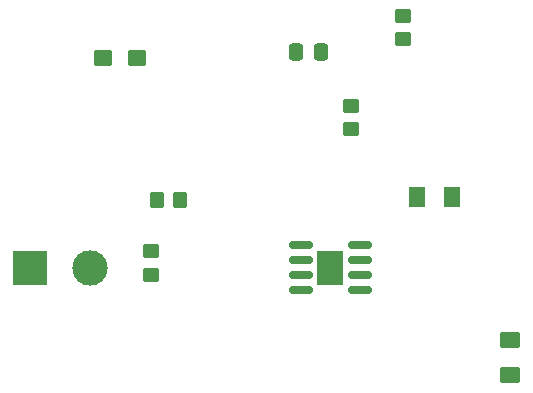
<source format=gbr>
%TF.GenerationSoftware,KiCad,Pcbnew,(6.0.10-0)*%
%TF.CreationDate,2023-02-17T12:04:28-08:00*%
%TF.ProjectId,lab6,6c616236-2e6b-4696-9361-645f70636258,rev?*%
%TF.SameCoordinates,Original*%
%TF.FileFunction,Soldermask,Top*%
%TF.FilePolarity,Negative*%
%FSLAX46Y46*%
G04 Gerber Fmt 4.6, Leading zero omitted, Abs format (unit mm)*
G04 Created by KiCad (PCBNEW (6.0.10-0)) date 2023-02-17 12:04:28*
%MOMM*%
%LPD*%
G01*
G04 APERTURE LIST*
G04 Aperture macros list*
%AMRoundRect*
0 Rectangle with rounded corners*
0 $1 Rounding radius*
0 $2 $3 $4 $5 $6 $7 $8 $9 X,Y pos of 4 corners*
0 Add a 4 corners polygon primitive as box body*
4,1,4,$2,$3,$4,$5,$6,$7,$8,$9,$2,$3,0*
0 Add four circle primitives for the rounded corners*
1,1,$1+$1,$2,$3*
1,1,$1+$1,$4,$5*
1,1,$1+$1,$6,$7*
1,1,$1+$1,$8,$9*
0 Add four rect primitives between the rounded corners*
20,1,$1+$1,$2,$3,$4,$5,0*
20,1,$1+$1,$4,$5,$6,$7,0*
20,1,$1+$1,$6,$7,$8,$9,0*
20,1,$1+$1,$8,$9,$2,$3,0*%
G04 Aperture macros list end*
%ADD10RoundRect,0.150000X0.825000X0.150000X-0.825000X0.150000X-0.825000X-0.150000X0.825000X-0.150000X0*%
%ADD11R,2.290000X3.000000*%
%ADD12RoundRect,0.250000X-0.350000X-0.450000X0.350000X-0.450000X0.350000X0.450000X-0.350000X0.450000X0*%
%ADD13RoundRect,0.250001X0.462499X0.624999X-0.462499X0.624999X-0.462499X-0.624999X0.462499X-0.624999X0*%
%ADD14R,3.000000X3.000000*%
%ADD15C,3.000000*%
%ADD16RoundRect,0.250000X0.537500X0.425000X-0.537500X0.425000X-0.537500X-0.425000X0.537500X-0.425000X0*%
%ADD17RoundRect,0.250000X-0.337500X-0.475000X0.337500X-0.475000X0.337500X0.475000X-0.337500X0.475000X0*%
%ADD18RoundRect,0.250000X0.450000X-0.350000X0.450000X0.350000X-0.450000X0.350000X-0.450000X-0.350000X0*%
%ADD19RoundRect,0.250000X-0.450000X0.350000X-0.450000X-0.350000X0.450000X-0.350000X0.450000X0.350000X0*%
%ADD20RoundRect,0.250001X0.624999X-0.462499X0.624999X0.462499X-0.624999X0.462499X-0.624999X-0.462499X0*%
G04 APERTURE END LIST*
D10*
%TO.C,U1*%
X170115000Y-80645000D03*
X170115000Y-79375000D03*
X170115000Y-78105000D03*
X170115000Y-76835000D03*
X165165000Y-76835000D03*
X165165000Y-78105000D03*
X165165000Y-79375000D03*
X165165000Y-80645000D03*
D11*
X167640000Y-78740000D03*
%TD*%
D12*
%TO.C,R2*%
X152940000Y-72995000D03*
X154940000Y-72995000D03*
%TD*%
D13*
%TO.C,D1*%
X177915000Y-72740000D03*
X174940000Y-72740000D03*
%TD*%
D14*
%TO.C,J1*%
X142240000Y-78740000D03*
D15*
X147320000Y-78740000D03*
%TD*%
D16*
%TO.C,C1*%
X151297500Y-60960000D03*
X148422500Y-60960000D03*
%TD*%
D17*
%TO.C,C2*%
X164725004Y-60515000D03*
X166800004Y-60515000D03*
%TD*%
D18*
%TO.C,R1*%
X152412936Y-79370872D03*
X152412936Y-77370872D03*
%TD*%
D19*
%TO.C,R3*%
X169375000Y-65040000D03*
X169375000Y-67040000D03*
%TD*%
D20*
%TO.C,D2*%
X182880000Y-87847500D03*
X182880000Y-84872500D03*
%TD*%
D19*
%TO.C,R4*%
X173780000Y-57420000D03*
X173780000Y-59420000D03*
%TD*%
M02*

</source>
